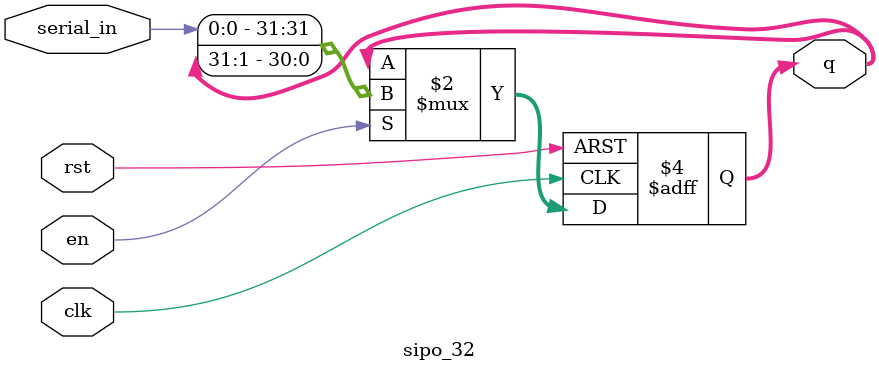
<source format=v>
module sipo_32 (
    input  wire clk,
    input  wire rst,
    input  wire en,           // habilita el shift
    input  wire serial_in,    // bit entrante
    output reg [31:0] q       // salida paralela
);
    always @(posedge clk or posedge rst) begin
        if (rst)
            q <= 32'd0;
        else if (en)
            // MSB-first: entra por el bit 31
            q <= {serial_in, q[31:1]};
    end
endmodule

</source>
